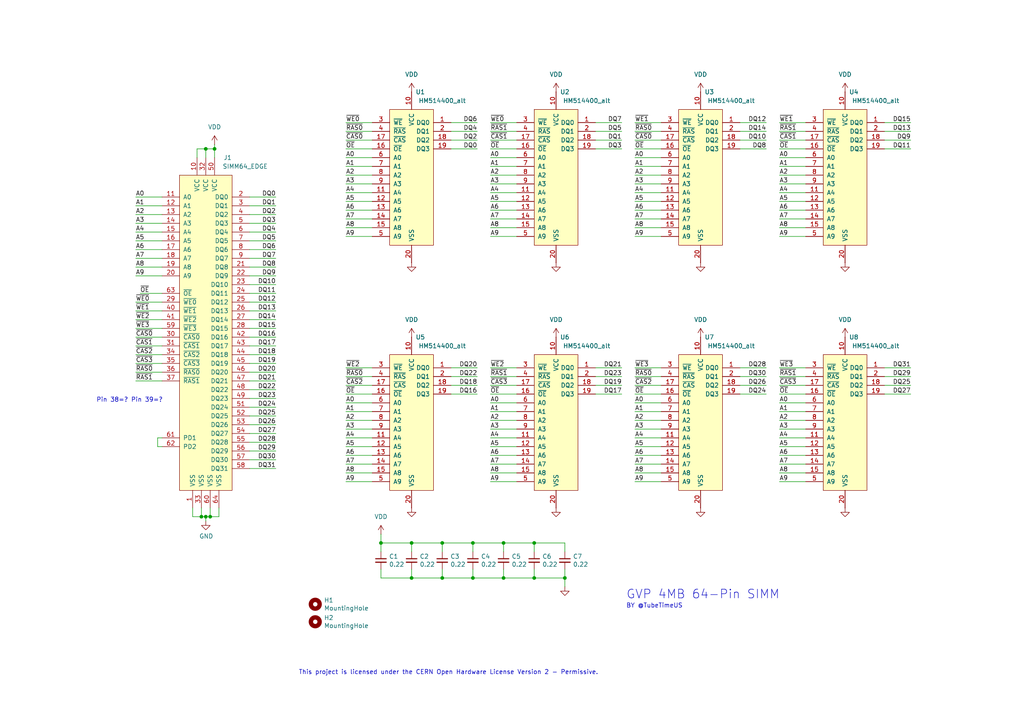
<source format=kicad_sch>
(kicad_sch (version 20231120) (generator "eeschema") (generator_version "8.0")
  (paper "A4")
  (lib_symbols
    (symbol "Device:C_Small" (pin_numbers hide) (pin_names (offset 0.254) hide)
      (property "Reference" "C" (at 0.254 1.778 0))
      (property "Value" "C_Small" (at 0.254 -2.032 0))
      (symbol "C_Small_0_1"
        (polyline (pts (xy -1.524 -0.508) (xy 1.524 -0.508)) (stroke (width 0.3302)))
        (polyline (pts (xy -1.524 0.508) (xy 1.524 0.508)) (stroke (width 0.3048)))
      )
      (symbol "C_Small_1_1"
        (pin passive line (at 0 2.54 270) (length 2.032) (name "~") (number "1"))
        (pin passive line (at 0 -2.54 90) (length 2.032) (name "~") (number "2"))
      )
    )
    (symbol "Mechanical:MountingHole" (pin_names (offset 1.016)) (exclude_from_sim yes) (in_bom no)
      (property "Reference" "H" (at 0 5.08 0))
      (property "Value" "MountingHole" (at 0 3.175 0))
      (symbol "MountingHole_0_1"
        (circle (center 0 0) (radius 1.27) (stroke (width 1.27)))
      )
    )
    (symbol "gvpsimm-rescue:GND-power" (power) (pin_names (offset 0))
      (property "Value" "power_GND" (at 0 -3.81 0))
      (symbol "GND-power_0_1"
        (polyline (pts (xy 0 0) (xy 0 -1.27) (xy 1.27 -1.27) (xy 0 -2.54) (xy -1.27 -1.27) (xy 0 -1.27)))
      )
      (symbol "GND-power_1_1"
        (pin power_in line (at 0 0 270) (length 0) hide (name "GND") (number "1"))
      )
    )
    (symbol "memory:HM514400_alt" (pin_names (offset 1.016))
      (property "Reference" "U" (at 1.27 5.08 0))
      (property "Value" "HM514400_alt" (at 7.62 2.54 0))
      (symbol "HM514400_alt_0_1"
        (rectangle (start -6.35 0) (end 6.35 -39.37) (fill (type background)))
      )
      (symbol "HM514400_alt_1_1"
        (pin bidirectional line (at 11.43 -3.81 180) (length 5.08) (name "DQ0") (number "1"))
        (pin power_in line (at 0 5.08 270) (length 5.08) (name "VCC") (number "10"))
        (pin input line (at -11.43 -24.13 0) (length 5.08) (name "A4") (number "11"))
        (pin input line (at -11.43 -26.67 0) (length 5.08) (name "A5") (number "12"))
        (pin input line (at -11.43 -29.21 0) (length 5.08) (name "A6") (number "13"))
        (pin input line (at -11.43 -31.75 0) (length 5.08) (name "A7") (number "14"))
        (pin input line (at -11.43 -34.29 0) (length 5.08) (name "A8") (number "15"))
        (pin input line (at -11.43 -11.43 0) (length 5.08) (name "~{OE}") (number "16"))
        (pin input line (at -11.43 -8.89 0) (length 5.08) (name "~{CAS}") (number "17"))
        (pin bidirectional line (at 11.43 -8.89 180) (length 5.08) (name "DQ2") (number "18"))
        (pin bidirectional line (at 11.43 -11.43 180) (length 5.08) (name "DQ3") (number "19"))
        (pin bidirectional line (at 11.43 -6.35 180) (length 5.08) (name "DQ1") (number "2"))
        (pin power_in line (at 0 -44.45 90) (length 5.08) (name "VSS") (number "20"))
        (pin input line (at -11.43 -3.81 0) (length 5.08) (name "~{WE}") (number "3"))
        (pin input line (at -11.43 -6.35 0) (length 5.08) (name "~{RAS}") (number "4"))
        (pin input line (at -11.43 -36.83 0) (length 5.08) (name "A9") (number "5"))
        (pin input line (at -11.43 -13.97 0) (length 5.08) (name "A0") (number "6"))
        (pin input line (at -11.43 -16.51 0) (length 5.08) (name "A1") (number "7"))
        (pin input line (at -11.43 -19.05 0) (length 5.08) (name "A2") (number "8"))
        (pin input line (at -11.43 -21.59 0) (length 5.08) (name "A3") (number "9"))
      )
    )
    (symbol "memory:SIMM64_EDGE" (pin_names (offset 1.016))
      (property "Reference" "J" (at 6.35 3.81 0))
      (property "Value" "SIMM64_EDGE" (at 12.7 1.27 0))
      (symbol "SIMM64_EDGE_0_1"
        (rectangle (start 7.62 -91.44) (end -7.62 0) (fill (type background)))
      )
      (symbol "SIMM64_EDGE_1_1"
        (pin power_out line (at -3.81 -96.52 90) (length 5.08) (name "VSS") (number "1"))
        (pin power_out line (at -2.54 5.08 270) (length 5.08) (name "VCC") (number "10"))
        (pin output line (at -12.7 -6.35 0) (length 5.08) (name "A0") (number "11"))
        (pin output line (at -12.7 -8.89 0) (length 5.08) (name "A1") (number "12"))
        (pin output line (at -12.7 -11.43 0) (length 5.08) (name "A2") (number "13"))
        (pin output line (at -12.7 -13.97 0) (length 5.08) (name "A3") (number "14"))
        (pin output line (at -12.7 -16.51 0) (length 5.08) (name "A4") (number "15"))
        (pin output line (at -12.7 -19.05 0) (length 5.08) (name "A5") (number "16"))
        (pin output line (at -12.7 -21.59 0) (length 5.08) (name "A6") (number "17"))
        (pin output line (at -12.7 -24.13 0) (length 5.08) (name "A7") (number "18"))
        (pin output line (at -12.7 -26.67 0) (length 5.08) (name "A8") (number "19"))
        (pin bidirectional line (at 12.7 -6.35 180) (length 5.08) (name "DQ0") (number "2"))
        (pin output line (at -12.7 -29.21 0) (length 5.08) (name "A9") (number "20"))
        (pin bidirectional line (at 12.7 -26.67 180) (length 5.08) (name "DQ8") (number "21"))
        (pin bidirectional line (at 12.7 -29.21 180) (length 5.08) (name "DQ9") (number "22"))
        (pin bidirectional line (at 12.7 -31.75 180) (length 5.08) (name "DQ10") (number "23"))
        (pin bidirectional line (at 12.7 -34.29 180) (length 5.08) (name "DQ11") (number "24"))
        (pin bidirectional line (at 12.7 -36.83 180) (length 5.08) (name "DQ12") (number "25"))
        (pin bidirectional line (at 12.7 -39.37 180) (length 5.08) (name "DQ13") (number "26"))
        (pin bidirectional line (at 12.7 -41.91 180) (length 5.08) (name "DQ14") (number "27"))
        (pin bidirectional line (at 12.7 -44.45 180) (length 5.08) (name "DQ15") (number "28"))
        (pin output line (at -12.7 -36.83 0) (length 5.08) (name "~{WE0}") (number "29"))
        (pin bidirectional line (at 12.7 -8.89 180) (length 5.08) (name "DQ1") (number "3"))
        (pin output line (at -12.7 -46.99 0) (length 5.08) (name "~{CAS0}") (number "30"))
        (pin output line (at -12.7 -49.53 0) (length 5.08) (name "~{CAS1}") (number "31"))
        (pin power_in line (at 0 5.08 270) (length 5.08) (name "VCC") (number "32"))
        (pin power_in line (at -1.27 -96.52 90) (length 5.08) (name "VSS") (number "33"))
        (pin output line (at -12.7 -52.07 0) (length 5.08) (name "~{CAS2}") (number "34"))
        (pin output line (at -12.7 -54.61 0) (length 5.08) (name "~{CAS3}") (number "35"))
        (pin output line (at -12.7 -57.15 0) (length 5.08) (name "~{RAS0}") (number "36"))
        (pin output line (at -12.7 -59.69 0) (length 5.08) (name "~{RAS1}") (number "37"))
        (pin bidirectional line (at 12.7 -11.43 180) (length 5.08) (name "DQ2") (number "4"))
        (pin output line (at -12.7 -39.37 0) (length 5.08) (name "~{WE1}") (number "40"))
        (pin output line (at -12.7 -41.91 0) (length 5.08) (name "~{WE2}") (number "41"))
        (pin bidirectional line (at 12.7 -46.99 180) (length 5.08) (name "DQ16") (number "42"))
        (pin bidirectional line (at 12.7 -49.53 180) (length 5.08) (name "DQ17") (number "43"))
        (pin bidirectional line (at 12.7 -52.07 180) (length 5.08) (name "DQ18") (number "44"))
        (pin bidirectional line (at 12.7 -54.61 180) (length 5.08) (name "DQ19") (number "45"))
        (pin bidirectional line (at 12.7 -57.15 180) (length 5.08) (name "DQ20") (number "46"))
        (pin bidirectional line (at 12.7 -59.69 180) (length 5.08) (name "DQ21") (number "47"))
        (pin bidirectional line (at 12.7 -62.23 180) (length 5.08) (name "DQ22") (number "48"))
        (pin bidirectional line (at 12.7 -64.77 180) (length 5.08) (name "DQ23") (number "49"))
        (pin bidirectional line (at 12.7 -13.97 180) (length 5.08) (name "DQ3") (number "5"))
        (pin power_in line (at 2.54 5.08 270) (length 5.08) (name "VCC") (number "50"))
        (pin bidirectional line (at 12.7 -67.31 180) (length 5.08) (name "DQ24") (number "51"))
        (pin bidirectional line (at 12.7 -69.85 180) (length 5.08) (name "DQ25") (number "52"))
        (pin bidirectional line (at 12.7 -72.39 180) (length 5.08) (name "DQ26") (number "53"))
        (pin bidirectional line (at 12.7 -74.93 180) (length 5.08) (name "DQ27") (number "54"))
        (pin bidirectional line (at 12.7 -77.47 180) (length 5.08) (name "DQ28") (number "55"))
        (pin bidirectional line (at 12.7 -80.01 180) (length 5.08) (name "DQ29") (number "56"))
        (pin bidirectional line (at 12.7 -82.55 180) (length 5.08) (name "DQ30") (number "57"))
        (pin bidirectional line (at 12.7 -85.09 180) (length 5.08) (name "DQ31") (number "58"))
        (pin output line (at -12.7 -44.45 0) (length 5.08) (name "~{WE3}") (number "59"))
        (pin bidirectional line (at 12.7 -16.51 180) (length 5.08) (name "DQ4") (number "6"))
        (pin power_in line (at 1.27 -96.52 90) (length 5.08) (name "VSS") (number "60"))
        (pin passive line (at -12.7 -76.2 0) (length 5.08) (name "PD1") (number "61"))
        (pin passive line (at -12.7 -78.74 0) (length 5.08) (name "PD2") (number "62"))
        (pin output line (at -12.7 -34.29 0) (length 5.08) (name "~{OE}") (number "63"))
        (pin power_in line (at 3.81 -96.52 90) (length 5.08) (name "VSS") (number "64"))
        (pin bidirectional line (at 12.7 -19.05 180) (length 5.08) (name "DQ5") (number "7"))
        (pin bidirectional line (at 12.7 -21.59 180) (length 5.08) (name "DQ6") (number "8"))
        (pin bidirectional line (at 12.7 -24.13 180) (length 5.08) (name "DQ7") (number "9"))
      )
    )
    (symbol "power:GND" (power) (pin_numbers hide) (pin_names (offset 0) hide)
      (property "Value" "GND" (at 0 -3.81 0))
      (symbol "GND_0_1"
        (polyline (pts (xy 0 0) (xy 0 -1.27) (xy 1.27 -1.27) (xy 0 -2.54) (xy -1.27 -1.27) (xy 0 -1.27)))
      )
      (symbol "GND_1_1"
        (pin power_in line (at 0 0 270) (length 0) (name "~") (number "1"))
      )
    )
    (symbol "power:VDD" (power) (pin_numbers hide) (pin_names (offset 0) hide)
      (property "Value" "VDD" (at 0 3.556 0))
      (symbol "VDD_0_1"
        (polyline (pts (xy -0.762 1.27) (xy 0 2.54)))
        (polyline (pts (xy 0 0) (xy 0 2.54)))
        (polyline (pts (xy 0 2.54) (xy 0.762 1.27)))
      )
      (symbol "VDD_1_1"
        (pin power_in line (at 0 0 90) (length 0) (name "~") (number "1"))
      )
    )
  )
  (junction (at 59.69 43.18))
  (junction (at 62.23 43.18))
  (junction (at 59.69 149.86))
  (junction (at 146.05 157.48))
  (junction (at 137.16 167.64))
  (junction (at 119.38 157.48))
  (junction (at 128.27 167.64))
  (junction (at 146.05 167.64))
  (junction (at 128.27 157.48))
  (junction (at 137.16 157.48))
  (junction (at 163.83 167.64))
  (junction (at 110.49 157.48))
  (junction (at 58.42 149.86))
  (junction (at 154.94 157.48))
  (junction (at 119.38 167.64))
  (junction (at 60.96 149.86))
  (junction (at 154.94 167.64))
  (wire (pts (xy 130.81 43.18) (xy 138.43 43.18)))
  (wire (pts (xy 72.39 118.11) (xy 80.01 118.11)))
  (wire (pts (xy 46.99 62.23) (xy 39.37 62.23)))
  (wire (pts (xy 110.49 165.1) (xy 110.49 167.64)))
  (wire (pts (xy 119.38 165.1) (xy 119.38 167.64)))
  (wire (pts (xy 72.39 97.79) (xy 80.01 97.79)))
  (wire (pts (xy 222.25 40.64) (xy 214.63 40.64)))
  (wire (pts (xy 233.68 63.5) (xy 226.06 63.5)))
  (wire (pts (xy 39.37 90.17) (xy 46.99 90.17)))
  (wire (pts (xy 46.99 100.33) (xy 39.37 100.33)))
  (wire (pts (xy 107.95 121.92) (xy 100.33 121.92)))
  (wire (pts (xy 58.42 149.86) (xy 59.69 149.86)))
  (wire (pts (xy 80.01 62.23) (xy 72.39 62.23)))
  (wire (pts (xy 149.86 50.8) (xy 142.24 50.8)))
  (wire (pts (xy 110.49 160.02) (xy 110.49 157.48)))
  (wire (pts (xy 72.39 85.09) (xy 80.01 85.09)))
  (wire (pts (xy 107.95 129.54) (xy 100.33 129.54)))
  (wire (pts (xy 119.38 160.02) (xy 119.38 157.48)))
  (wire (pts (xy 80.01 95.25) (xy 72.39 95.25)))
  (wire (pts (xy 80.01 100.33) (xy 72.39 100.33)))
  (wire (pts (xy 72.39 130.81) (xy 80.01 130.81)))
  (wire (pts (xy 191.77 40.64) (xy 184.15 40.64)))
  (wire (pts (xy 149.86 68.58) (xy 142.24 68.58)))
  (wire (pts (xy 191.77 127) (xy 184.15 127)))
  (wire (pts (xy 138.43 111.76) (xy 130.81 111.76)))
  (wire (pts (xy 191.77 63.5) (xy 184.15 63.5)))
  (wire (pts (xy 226.06 109.22) (xy 233.68 109.22)))
  (wire (pts (xy 59.69 151.13) (xy 59.69 149.86)))
  (wire (pts (xy 45.72 127) (xy 45.72 129.54)))
  (wire (pts (xy 46.99 69.85) (xy 39.37 69.85)))
  (wire (pts (xy 154.94 157.48) (xy 163.83 157.48)))
  (wire (pts (xy 59.69 43.18) (xy 62.23 43.18)))
  (wire (pts (xy 57.15 45.72) (xy 57.15 43.18)))
  (wire (pts (xy 107.95 63.5) (xy 100.33 63.5)))
  (wire (pts (xy 163.83 157.48) (xy 163.83 160.02)))
  (wire (pts (xy 39.37 64.77) (xy 46.99 64.77)))
  (wire (pts (xy 226.06 53.34) (xy 233.68 53.34)))
  (wire (pts (xy 233.68 121.92) (xy 226.06 121.92)))
  (wire (pts (xy 142.24 53.34) (xy 149.86 53.34)))
  (wire (pts (xy 100.33 109.22) (xy 107.95 109.22)))
  (wire (pts (xy 110.49 167.64) (xy 119.38 167.64)))
  (wire (pts (xy 146.05 157.48) (xy 154.94 157.48)))
  (wire (pts (xy 214.63 43.18) (xy 222.25 43.18)))
  (wire (pts (xy 191.77 50.8) (xy 184.15 50.8)))
  (wire (pts (xy 222.25 106.68) (xy 214.63 106.68)))
  (wire (pts (xy 184.15 66.04) (xy 191.77 66.04)))
  (wire (pts (xy 191.77 114.3) (xy 184.15 114.3)))
  (wire (pts (xy 222.25 35.56) (xy 214.63 35.56)))
  (wire (pts (xy 149.86 55.88) (xy 142.24 55.88)))
  (wire (pts (xy 80.01 69.85) (xy 72.39 69.85)))
  (wire (pts (xy 46.99 92.71) (xy 39.37 92.71)))
  (wire (pts (xy 46.99 57.15) (xy 39.37 57.15)))
  (wire (pts (xy 107.95 58.42) (xy 100.33 58.42)))
  (wire (pts (xy 107.95 50.8) (xy 100.33 50.8)))
  (wire (pts (xy 80.01 107.95) (xy 72.39 107.95)))
  (wire (pts (xy 149.86 111.76) (xy 142.24 111.76)))
  (wire (pts (xy 72.39 59.69) (xy 80.01 59.69)))
  (wire (pts (xy 72.39 135.89) (xy 80.01 135.89)))
  (wire (pts (xy 154.94 165.1) (xy 154.94 167.64)))
  (wire (pts (xy 107.95 127) (xy 100.33 127)))
  (wire (pts (xy 233.68 134.62) (xy 226.06 134.62)))
  (wire (pts (xy 142.24 38.1) (xy 149.86 38.1)))
  (wire (pts (xy 146.05 165.1) (xy 146.05 167.64)))
  (wire (pts (xy 191.77 139.7) (xy 184.15 139.7)))
  (wire (pts (xy 184.15 137.16) (xy 191.77 137.16)))
  (wire (pts (xy 233.68 106.68) (xy 226.06 106.68)))
  (wire (pts (xy 191.77 134.62) (xy 184.15 134.62)))
  (wire (pts (xy 46.99 87.63) (xy 39.37 87.63)))
  (wire (pts (xy 39.37 72.39) (xy 46.99 72.39)))
  (wire (pts (xy 184.15 38.1) (xy 191.77 38.1)))
  (wire (pts (xy 55.88 149.86) (xy 58.42 149.86)))
  (wire (pts (xy 128.27 167.64) (xy 137.16 167.64)))
  (wire (pts (xy 191.77 116.84) (xy 184.15 116.84)))
  (wire (pts (xy 62.23 43.18) (xy 62.23 41.91)))
  (wire (pts (xy 154.94 160.02) (xy 154.94 157.48)))
  (wire (pts (xy 137.16 160.02) (xy 137.16 157.48)))
  (wire (pts (xy 72.39 113.03) (xy 80.01 113.03)))
  (wire (pts (xy 100.33 48.26) (xy 107.95 48.26)))
  (wire (pts (xy 46.99 80.01) (xy 39.37 80.01)))
  (wire (pts (xy 119.38 157.48) (xy 128.27 157.48)))
  (wire (pts (xy 46.99 74.93) (xy 39.37 74.93)))
  (wire (pts (xy 128.27 157.48) (xy 137.16 157.48)))
  (wire (pts (xy 107.95 40.64) (xy 100.33 40.64)))
  (wire (pts (xy 62.23 43.18) (xy 62.23 45.72)))
  (wire (pts (xy 264.16 111.76) (xy 256.54 111.76)))
  (wire (pts (xy 138.43 35.56) (xy 130.81 35.56)))
  (wire (pts (xy 46.99 110.49) (xy 39.37 110.49)))
  (wire (pts (xy 149.86 63.5) (xy 142.24 63.5)))
  (wire (pts (xy 46.99 67.31) (xy 39.37 67.31)))
  (wire (pts (xy 184.15 119.38) (xy 191.77 119.38)))
  (wire (pts (xy 233.68 40.64) (xy 226.06 40.64)))
  (wire (pts (xy 39.37 77.47) (xy 46.99 77.47)))
  (wire (pts (xy 100.33 124.46) (xy 107.95 124.46)))
  (wire (pts (xy 214.63 109.22) (xy 222.25 109.22)))
  (wire (pts (xy 226.06 119.38) (xy 233.68 119.38)))
  (wire (pts (xy 149.86 58.42) (xy 142.24 58.42)))
  (wire (pts (xy 172.72 109.22) (xy 180.34 109.22)))
  (wire (pts (xy 39.37 102.87) (xy 46.99 102.87)))
  (wire (pts (xy 46.99 97.79) (xy 39.37 97.79)))
  (wire (pts (xy 55.88 147.32) (xy 55.88 149.86)))
  (wire (pts (xy 142.24 119.38) (xy 149.86 119.38)))
  (wire (pts (xy 72.39 90.17) (xy 80.01 90.17)))
  (wire (pts (xy 100.33 38.1) (xy 107.95 38.1)))
  (wire (pts (xy 60.96 149.86) (xy 63.5 149.86)))
  (wire (pts (xy 142.24 124.46) (xy 149.86 124.46)))
  (wire (pts (xy 58.42 147.32) (xy 58.42 149.86)))
  (wire (pts (xy 256.54 43.18) (xy 264.16 43.18)))
  (wire (pts (xy 149.86 35.56) (xy 142.24 35.56)))
  (wire (pts (xy 142.24 60.96) (xy 149.86 60.96)))
  (wire (pts (xy 107.95 45.72) (xy 100.33 45.72)))
  (wire (pts (xy 72.39 125.73) (xy 80.01 125.73)))
  (wire (pts (xy 184.15 109.22) (xy 191.77 109.22)))
  (wire (pts (xy 149.86 116.84) (xy 142.24 116.84)))
  (wire (pts (xy 72.39 64.77) (xy 80.01 64.77)))
  (wire (pts (xy 137.16 157.48) (xy 146.05 157.48)))
  (wire (pts (xy 163.83 167.64) (xy 163.83 170.18)))
  (wire (pts (xy 80.01 82.55) (xy 72.39 82.55)))
  (wire (pts (xy 80.01 57.15) (xy 72.39 57.15)))
  (wire (pts (xy 226.06 137.16) (xy 233.68 137.16)))
  (wire (pts (xy 138.43 106.68) (xy 130.81 106.68)))
  (wire (pts (xy 149.86 129.54) (xy 142.24 129.54)))
  (wire (pts (xy 142.24 137.16) (xy 149.86 137.16)))
  (wire (pts (xy 191.77 55.88) (xy 184.15 55.88)))
  (wire (pts (xy 233.68 116.84) (xy 226.06 116.84)))
  (wire (pts (xy 72.39 77.47) (xy 80.01 77.47)))
  (wire (pts (xy 80.01 80.01) (xy 72.39 80.01)))
  (wire (pts (xy 119.38 167.64) (xy 128.27 167.64)))
  (wire (pts (xy 172.72 114.3) (xy 180.34 114.3)))
  (wire (pts (xy 180.34 40.64) (xy 172.72 40.64)))
  (wire (pts (xy 233.68 139.7) (xy 226.06 139.7)))
  (wire (pts (xy 80.01 123.19) (xy 72.39 123.19)))
  (wire (pts (xy 233.68 114.3) (xy 226.06 114.3)))
  (wire (pts (xy 233.68 35.56) (xy 226.06 35.56)))
  (wire (pts (xy 226.06 48.26) (xy 233.68 48.26)))
  (wire (pts (xy 184.15 48.26) (xy 191.77 48.26)))
  (wire (pts (xy 100.33 66.04) (xy 107.95 66.04)))
  (wire (pts (xy 149.86 40.64) (xy 142.24 40.64)))
  (wire (pts (xy 149.86 45.72) (xy 142.24 45.72)))
  (wire (pts (xy 226.06 38.1) (xy 233.68 38.1)))
  (wire (pts (xy 191.77 111.76) (xy 184.15 111.76)))
  (wire (pts (xy 233.68 45.72) (xy 226.06 45.72)))
  (wire (pts (xy 107.95 111.76) (xy 100.33 111.76)))
  (wire (pts (xy 100.33 53.34) (xy 107.95 53.34)))
  (wire (pts (xy 191.77 35.56) (xy 184.15 35.56)))
  (wire (pts (xy 184.15 60.96) (xy 191.77 60.96)))
  (wire (pts (xy 46.99 85.09) (xy 40.64 85.09)))
  (wire (pts (xy 100.33 137.16) (xy 107.95 137.16)))
  (wire (pts (xy 110.49 157.48) (xy 119.38 157.48)))
  (wire (pts (xy 191.77 121.92) (xy 184.15 121.92)))
  (wire (pts (xy 233.68 43.18) (xy 226.06 43.18)))
  (wire (pts (xy 39.37 107.95) (xy 46.99 107.95)))
  (wire (pts (xy 256.54 38.1) (xy 264.16 38.1)))
  (wire (pts (xy 233.68 129.54) (xy 226.06 129.54)))
  (wire (pts (xy 256.54 109.22) (xy 264.16 109.22)))
  (wire (pts (xy 130.81 114.3) (xy 138.43 114.3)))
  (wire (pts (xy 233.68 68.58) (xy 226.06 68.58)))
  (wire (pts (xy 128.27 160.02) (xy 128.27 157.48)))
  (wire (pts (xy 39.37 95.25) (xy 46.99 95.25)))
  (wire (pts (xy 45.72 129.54) (xy 46.99 129.54)))
  (wire (pts (xy 80.01 92.71) (xy 72.39 92.71)))
  (wire (pts (xy 107.95 43.18) (xy 100.33 43.18)))
  (wire (pts (xy 80.01 87.63) (xy 72.39 87.63)))
  (wire (pts (xy 184.15 124.46) (xy 191.77 124.46)))
  (wire (pts (xy 149.86 106.68) (xy 142.24 106.68)))
  (wire (pts (xy 226.06 132.08) (xy 233.68 132.08)))
  (wire (pts (xy 60.96 147.32) (xy 60.96 149.86)))
  (wire (pts (xy 107.95 139.7) (xy 100.33 139.7)))
  (wire (pts (xy 72.39 102.87) (xy 80.01 102.87)))
  (wire (pts (xy 180.34 111.76) (xy 172.72 111.76)))
  (wire (pts (xy 137.16 167.64) (xy 146.05 167.64)))
  (wire (pts (xy 163.83 167.64) (xy 163.83 165.1)))
  (wire (pts (xy 233.68 111.76) (xy 226.06 111.76)))
  (wire (pts (xy 80.01 110.49) (xy 72.39 110.49)))
  (wire (pts (xy 142.24 48.26) (xy 149.86 48.26)))
  (wire (pts (xy 107.95 35.56) (xy 100.33 35.56)))
  (wire (pts (xy 184.15 53.34) (xy 191.77 53.34)))
  (wire (pts (xy 107.95 55.88) (xy 100.33 55.88)))
  (wire (pts (xy 57.15 43.18) (xy 59.69 43.18)))
  (wire (pts (xy 100.33 119.38) (xy 107.95 119.38)))
  (wire (pts (xy 107.95 134.62) (xy 100.33 134.62)))
  (wire (pts (xy 39.37 59.69) (xy 46.99 59.69)))
  (wire (pts (xy 226.06 124.46) (xy 233.68 124.46)))
  (wire (pts (xy 214.63 38.1) (xy 222.25 38.1)))
  (wire (pts (xy 226.06 66.04) (xy 233.68 66.04)))
  (wire (pts (xy 142.24 109.22) (xy 149.86 109.22)))
  (wire (pts (xy 146.05 167.64) (xy 154.94 167.64)))
  (wire (pts (xy 80.01 128.27) (xy 72.39 128.27)))
  (wire (pts (xy 138.43 40.64) (xy 130.81 40.64)))
  (wire (pts (xy 191.77 68.58) (xy 184.15 68.58)))
  (wire (pts (xy 191.77 43.18) (xy 184.15 43.18)))
  (wire (pts (xy 107.95 116.84) (xy 100.33 116.84)))
  (wire (pts (xy 142.24 132.08) (xy 149.86 132.08)))
  (wire (pts (xy 107.95 114.3) (xy 100.33 114.3)))
  (wire (pts (xy 146.05 160.02) (xy 146.05 157.48)))
  (wire (pts (xy 256.54 114.3) (xy 264.16 114.3)))
  (wire (pts (xy 80.01 120.65) (xy 72.39 120.65)))
  (wire (pts (xy 107.95 68.58) (xy 100.33 68.58)))
  (wire (pts (xy 154.94 167.64) (xy 163.83 167.64)))
  (wire (pts (xy 72.39 72.39) (xy 80.01 72.39)))
  (wire (pts (xy 142.24 66.04) (xy 149.86 66.04)))
  (wire (pts (xy 191.77 45.72) (xy 184.15 45.72)))
  (wire (pts (xy 172.72 38.1) (xy 180.34 38.1)))
  (wire (pts (xy 137.16 165.1) (xy 137.16 167.64)))
  (wire (pts (xy 149.86 121.92) (xy 142.24 121.92)))
  (wire (pts (xy 149.86 114.3) (xy 142.24 114.3)))
  (wire (pts (xy 80.01 115.57) (xy 72.39 115.57)))
  (wire (pts (xy 100.33 132.08) (xy 107.95 132.08)))
  (wire (pts (xy 233.68 50.8) (xy 226.06 50.8)))
  (wire (pts (xy 110.49 154.94) (xy 110.49 157.48)))
  (wire (pts (xy 149.86 134.62) (xy 142.24 134.62)))
  (wire (pts (xy 59.69 45.72) (xy 59.69 43.18)))
  (wire (pts (xy 264.16 40.64) (xy 256.54 40.64)))
  (wire (pts (xy 191.77 58.42) (xy 184.15 58.42)))
  (wire (pts (xy 180.34 106.68) (xy 172.72 106.68)))
  (wire (pts (xy 214.63 114.3) (xy 222.25 114.3)))
  (wire (pts (xy 180.34 35.56) (xy 172.72 35.56)))
  (wire (pts (xy 226.06 60.96) (xy 233.68 60.96)))
  (wire (pts (xy 264.16 35.56) (xy 256.54 35.56)))
  (wire (pts (xy 233.68 55.88) (xy 226.06 55.88)))
  (wire (pts (xy 222.25 111.76) (xy 214.63 111.76)))
  (wire (pts (xy 264.16 106.68) (xy 256.54 106.68)))
  (wire (pts (xy 130.81 109.22) (xy 138.43 109.22)))
  (wire (pts (xy 100.33 60.96) (xy 107.95 60.96)))
  (wire (pts (xy 46.99 127) (xy 45.72 127)))
  (wire (pts (xy 184.15 132.08) (xy 191.77 132.08)))
  (wire (pts (xy 80.01 74.93) (xy 72.39 74.93)))
  (wire (pts (xy 107.95 106.68) (xy 100.33 106.68)))
  (wire (pts (xy 233.68 58.42) (xy 226.06 58.42)))
  (wire (pts (xy 149.86 139.7) (xy 142.24 139.7)))
  (wire (pts (xy 191.77 106.68) (xy 184.15 106.68)))
  (wire (pts (xy 46.99 105.41) (xy 39.37 105.41)))
  (wire (pts (xy 233.68 127) (xy 226.06 127)))
  (wire (pts (xy 80.01 133.35) (xy 72.39 133.35)))
  (wire (pts (xy 128.27 165.1) (xy 128.27 167.64)))
  (wire (pts (xy 191.77 129.54) (xy 184.15 129.54)))
  (wire (pts (xy 130.81 38.1) (xy 138.43 38.1)))
  (wire (pts (xy 149.86 127) (xy 142.24 127)))
  (wire (pts (xy 149.86 43.18) (xy 142.24 43.18)))
  (wire (pts (xy 59.69 149.86) (xy 60.96 149.86)))
  (wire (pts (xy 80.01 105.41) (xy 72.39 105.41)))
  (wire (pts (xy 172.72 43.18) (xy 180.34 43.18)))
  (wire (pts (xy 63.5 149.86) (xy 63.5 147.32)))
  (wire (pts (xy 80.01 67.31) (xy 72.39 67.31)))
  (text "Pin 38=? Pin 39=?" (at 27.94 116.84 0) (effects (font (size 1.27 1.27)) (justify left bottom)))
  (text "BY @TubeTimeUS\n" (at 181.61 176.53 0) (effects (font (size 1.27 1.27)) (justify left bottom)))
  (text "This project is licensed under the CERN Open Hardware License Version 2 - Permissive.\n" (at 86.614 195.834 0) (effects (font (size 1.27 1.27)) (justify left bottom)))
  (text "GVP 4MB 64-Pin SIMM" (at 181.61 173.99 0) (effects (font (size 2.54 2.54)) (justify left bottom)))
  (label "A7" (at 184.15 63.5 0))
  (label "A3" (at 184.15 124.46 0))
  (label "A3" (at 100.33 124.46 0))
  (label "A5" (at 226.06 129.54 0))
  (label "DQ15" (at 80.01 95.25 180))
  (label "DQ30" (at 222.25 109.22 180))
  (label "A4" (at 184.15 127 0))
  (label "A2" (at 184.15 50.8 0))
  (label "DQ21" (at 180.34 106.68 180))
  (label "A2" (at 226.06 121.92 0))
  (label "A2" (at 100.33 121.92 0))
  (label "A1" (at 184.15 48.26 0))
  (label "A5" (at 100.33 58.42 0))
  (label "DQ7" (at 180.34 35.56 180))
  (label "DQ20" (at 138.43 106.68 180))
  (label "DQ5" (at 80.01 69.85 180))
  (label "A9" (at 142.24 68.58 0))
  (label "~{RAS0}" (at 184.15 38.1 0))
  (label "~{WE1}" (at 226.06 35.56 0))
  (label "~{WE3}" (at 39.37 95.25 0))
  (label "A7" (at 100.33 134.62 0))
  (label "A8" (at 100.33 66.04 0))
  (label "DQ28" (at 222.25 106.68 180))
  (label "A1" (at 100.33 48.26 0))
  (label "A9" (at 184.15 68.58 0))
  (label "DQ13" (at 80.01 90.17 180))
  (label "DQ21" (at 80.01 110.49 180))
  (label "A9" (at 100.33 139.7 0))
  (label "A9" (at 39.37 80.01 0))
  (label "DQ2" (at 138.43 40.64 180))
  (label "~{RAS0}" (at 184.15 109.22 0))
  (label "DQ10" (at 80.01 82.55 180))
  (label "A8" (at 142.24 66.04 0))
  (label "~{CAS1}" (at 142.24 40.64 0))
  (label "A9" (at 226.06 68.58 0))
  (label "~{RAS1}" (at 142.24 109.22 0))
  (label "DQ3" (at 80.01 64.77 180))
  (label "A6" (at 226.06 60.96 0))
  (label "A3" (at 142.24 53.34 0))
  (label "A2" (at 184.15 121.92 0))
  (label "A9" (at 226.06 139.7 0))
  (label "~{WE0}" (at 100.33 35.56 0))
  (label "~{WE0}" (at 142.24 35.56 0))
  (label "~{OE}" (at 184.15 114.3 0))
  (label "A4" (at 226.06 55.88 0))
  (label "DQ30" (at 80.01 133.35 180))
  (label "~{CAS2}" (at 100.33 111.76 0))
  (label "~{OE}" (at 142.24 43.18 0))
  (label "A8" (at 39.37 77.47 0))
  (label "~{OE}" (at 40.64 85.09 0))
  (label "DQ16" (at 80.01 97.79 180))
  (label "A0" (at 100.33 45.72 0))
  (label "A9" (at 184.15 139.7 0))
  (label "DQ16" (at 138.43 114.3 180))
  (label "DQ1" (at 180.34 40.64 180))
  (label "A4" (at 142.24 55.88 0))
  (label "DQ14" (at 222.25 38.1 180))
  (label "A6" (at 184.15 132.08 0))
  (label "~{RAS1}" (at 142.24 38.1 0))
  (label "DQ25" (at 264.16 111.76 180))
  (label "DQ0" (at 138.43 43.18 180))
  (label "A1" (at 226.06 119.38 0))
  (label "~{CAS2}" (at 184.15 111.76 0))
  (label "A7" (at 226.06 134.62 0))
  (label "~{CAS1}" (at 226.06 40.64 0))
  (label "~{CAS0}" (at 100.33 40.64 0))
  (label "A0" (at 142.24 45.72 0))
  (label "A8" (at 226.06 137.16 0))
  (label "~{RAS1}" (at 226.06 38.1 0))
  (label "~{OE}" (at 226.06 43.18 0))
  (label "A7" (at 39.37 74.93 0))
  (label "DQ7" (at 80.01 74.93 180))
  (label "A4" (at 100.33 55.88 0))
  (label "A0" (at 142.24 116.84 0))
  (label "A2" (at 142.24 50.8 0))
  (label "A6" (at 184.15 60.96 0))
  (label "DQ29" (at 80.01 130.81 180))
  (label "A3" (at 226.06 53.34 0))
  (label "~{WE2}" (at 100.33 106.68 0))
  (label "DQ11" (at 80.01 85.09 180))
  (label "A8" (at 184.15 137.16 0))
  (label "DQ26" (at 222.25 111.76 180))
  (label "A7" (at 142.24 134.62 0))
  (label "DQ2" (at 80.01 62.23 180))
  (label "DQ26" (at 80.01 123.19 180))
  (label "A9" (at 142.24 139.7 0))
  (label "DQ28" (at 80.01 128.27 180))
  (label "A7" (at 100.33 63.5 0))
  (label "A8" (at 184.15 66.04 0))
  (label "DQ0" (at 80.01 57.15 180))
  (label "A3" (at 39.37 64.77 0))
  (label "DQ13" (at 264.16 38.1 180))
  (label "~{WE3}" (at 184.15 106.68 0))
  (label "A3" (at 184.15 53.34 0))
  (label "A5" (at 184.15 58.42 0))
  (label "A6" (at 142.24 60.96 0))
  (label "A4" (at 184.15 55.88 0))
  (label "A2" (at 100.33 50.8 0))
  (label "A3" (at 142.24 124.46 0))
  (label "A9" (at 100.33 68.58 0))
  (label "A2" (at 142.24 121.92 0))
  (label "DQ18" (at 80.01 102.87 180))
  (label "A1" (at 142.24 119.38 0))
  (label "DQ25" (at 80.01 120.65 180))
  (label "A6" (at 100.33 132.08 0))
  (label "DQ8" (at 222.25 43.18 180))
  (label "A0" (at 184.15 45.72 0))
  (label "A0" (at 39.37 57.15 0))
  (label "~{CAS1}" (at 39.37 100.33 0))
  (label "DQ11" (at 264.16 43.18 180))
  (label "A8" (at 142.24 137.16 0))
  (label "~{OE}" (at 142.24 114.3 0))
  (label "~{OE}" (at 184.15 43.18 0))
  (label "A8" (at 100.33 137.16 0))
  (label "DQ6" (at 138.43 35.56 180))
  (label "DQ4" (at 138.43 38.1 180))
  (label "DQ17" (at 180.34 114.3 180))
  (label "DQ1" (at 80.01 59.69 180))
  (label "DQ10" (at 222.25 40.64 180))
  (label "A6" (at 226.06 132.08 0))
  (label "DQ19" (at 80.01 105.41 180))
  (label "A3" (at 100.33 53.34 0))
  (label "A0" (at 226.06 45.72 0))
  (label "A5" (at 226.06 58.42 0))
  (label "DQ4" (at 80.01 67.31 180))
  (label "A5" (at 39.37 69.85 0))
  (label "A4" (at 142.24 127 0))
  (label "DQ29" (at 264.16 109.22 180))
  (label "A4" (at 100.33 127 0))
  (label "~{WE2}" (at 142.24 106.68 0))
  (label "DQ18" (at 138.43 111.76 180))
  (label "~{OE}" (at 226.06 114.3 0))
  (label "~{WE0}" (at 39.37 87.63 0))
  (label "DQ9" (at 264.16 40.64 180))
  (label "A0" (at 100.33 116.84 0))
  (label "DQ12" (at 80.01 87.63 180))
  (label "DQ17" (at 80.01 100.33 180))
  (label "A5" (at 100.33 129.54 0))
  (label "DQ20" (at 80.01 107.95 180))
  (label "~{WE1}" (at 184.15 35.56 0))
  (label "A1" (at 184.15 119.38 0))
  (label "A0" (at 226.06 116.84 0))
  (label "DQ23" (at 80.01 115.57 180))
  (label "DQ3" (at 180.34 43.18 180))
  (label "A6" (at 100.33 60.96 0))
  (label "DQ27" (at 264.16 114.3 180))
  (label "A7" (at 184.15 134.62 0))
  (label "~{OE}" (at 100.33 43.18 0))
  (label "DQ6" (at 80.01 72.39 180))
  (label "~{CAS3}" (at 226.06 111.76 0))
  (label "DQ24" (at 80.01 118.11 180))
  (label "~{CAS3}" (at 142.24 111.76 0))
  (label "A4" (at 226.06 127 0))
  (label "A1" (at 100.33 119.38 0))
  (label "DQ15" (at 264.16 35.56 180))
  (label "DQ12" (at 222.25 35.56 180))
  (label "~{RAS0}" (at 100.33 109.22 0))
  (label "DQ22" (at 80.01 113.03 180))
  (label "~{CAS0}" (at 39.37 97.79 0))
  (label "~{WE3}" (at 226.06 106.68 0))
  (label "~{RAS1}" (at 226.06 109.22 0))
  (label "A5" (at 142.24 58.42 0))
  (label "A3" (at 226.06 124.46 0))
  (label "DQ14" (at 80.01 92.71 180))
  (label "DQ23" (at 180.34 109.22 180))
  (label "A4" (at 39.37 67.31 0))
  (label "DQ22" (at 138.43 109.22 180))
  (label "A6" (at 142.24 132.08 0))
  (label "DQ31" (at 80.01 135.89 180))
  (label "A5" (at 142.24 129.54 0))
  (label "~{CAS0}" (at 184.15 40.64 0))
  (label "~{CAS2}" (at 39.37 102.87 0))
  (label "~{WE1}" (at 39.37 90.17 0))
  (label "A2" (at 226.06 50.8 0))
  (label "DQ19" (at 180.34 111.76 180))
  (label "DQ27" (at 80.01 125.73 180))
  (label "DQ5" (at 180.34 38.1 180))
  (label "A1" (at 39.37 59.69 0))
  (label "~{RAS1}" (at 39.37 110.49 0))
  (label "DQ9" (at 80.01 80.01 180))
  (label "~{WE2}" (at 39.37 92.71 0))
  (label "A8" (at 226.06 66.04 0))
  (label "A2" (at 39.37 62.23 0))
  (label "~{RAS0}" (at 39.37 107.95 0))
  (label "A0" (at 184.15 116.84 0))
  (label "A1" (at 226.06 48.26 0))
  (label "~{RAS0}" (at 100.33 38.1 0))
  (label "DQ24" (at 222.25 114.3 180))
  (label "~{OE}" (at 100.33 114.3 0))
  (label "DQ8" (at 80.01 77.47 180))
  (label "~{CAS3}" (at 39.37 105.41 0))
  (label "A7" (at 142.24 63.5 0))
  (label "A5" (at 184.15 129.54 0))
  (label "A6" (at 39.37 72.39 0))
  (label "A1" (at 142.24 48.26 0))
  (label "A7" (at 226.06 63.5 0))
  (label "DQ31" (at 264.16 106.68 180))
  (symbol (lib_id "memory:SIMM64_EDGE") (at 59.69 50.8 0) (unit 1)
    (property "Reference" "J1" (at 66.04 45.72 0))
    (property "Value" "SIMM64_EDGE" (at 71.12 48.26 0))
    (property "Footprint" "Conn:EDGE_SIMM_64_127" (effects (hide yes)))
  )
  (symbol (lib_id "gvpsimm-rescue:GND-power") (at 59.69 151.13 0) (unit 1)
    (property "Reference" "#PWR0102" (effects (hide yes)))
    (property "Value" "GND" (at 59.817 155.5242 0))
  )
  (symbol (lib_id "memory:HM514400_alt") (at 119.38 31.75 0) (unit 1)
    (property "Reference" "U1" (at 121.92 26.67 0))
    (property "Value" "HM514400_alt" (at 128.27 29.21 0))
    (property "Footprint" "Active:SOJ127P851X356-20_alt" (effects (hide yes)))
    (property "MPN" "HM514400CS-6 OR EQUIV" (effects (hide yes)))
  )
  (symbol (lib_id "memory:HM514400_alt") (at 161.29 31.75 0) (unit 1)
    (property "Reference" "U2" (at 163.83 26.67 0))
    (property "Value" "HM514400_alt" (at 170.18 29.21 0))
    (property "Footprint" "Active:SOJ127P851X356-20_alt" (effects (hide yes)))
    (property "MPN" "HM514400CS-6 OR EQUIV" (effects (hide yes)))
  )
  (symbol (lib_id "memory:HM514400_alt") (at 203.2 31.75 0) (unit 1)
    (property "Reference" "U3" (at 205.74 26.67 0))
    (property "Value" "HM514400_alt" (at 212.09 29.21 0))
    (property "Footprint" "Active:SOJ127P851X356-20_alt" (effects (hide yes)))
    (property "MPN" "HM514400CS-6 OR EQUIV" (effects (hide yes)))
  )
  (symbol (lib_id "memory:HM514400_alt") (at 245.11 31.75 0) (unit 1)
    (property "Reference" "U4" (at 247.65 26.67 0))
    (property "Value" "HM514400_alt" (at 254 29.21 0))
    (property "Footprint" "Active:SOJ127P851X356-20_alt" (effects (hide yes)))
    (property "MPN" "HM514400CS-6 OR EQUIV" (effects (hide yes)))
  )
  (symbol (lib_id "Device:C_Small") (at 119.38 162.56 0) (unit 1)
    (property "Reference" "C2" (at 121.7168 161.3916 0) (effects (justify left)))
    (property "Value" "0.22" (at 121.7168 163.703 0) (effects (justify left)))
    (property "Footprint" "Passive:CAPC1608X100" (effects (hide yes)))
  )
  (symbol (lib_id "Device:C_Small") (at 128.27 162.56 0) (unit 1)
    (property "Reference" "C3" (at 130.6068 161.3916 0) (effects (justify left)))
    (property "Value" "0.22" (at 130.6068 163.703 0) (effects (justify left)))
    (property "Footprint" "Passive:CAPC1608X100" (effects (hide yes)))
  )
  (symbol (lib_id "Device:C_Small") (at 137.16 162.56 0) (unit 1)
    (property "Reference" "C4" (at 139.4968 161.3916 0) (effects (justify left)))
    (property "Value" "0.22" (at 139.4968 163.703 0) (effects (justify left)))
    (property "Footprint" "Passive:CAPC1608X100" (effects (hide yes)))
  )
  (symbol (lib_id "Device:C_Small") (at 146.05 162.56 0) (unit 1)
    (property "Reference" "C5" (at 148.3868 161.3916 0) (effects (justify left)))
    (property "Value" "0.22" (at 148.3868 163.703 0) (effects (justify left)))
    (property "Footprint" "Passive:CAPC1608X100" (effects (hide yes)))
  )
  (symbol (lib_id "Device:C_Small") (at 154.94 162.56 0) (unit 1)
    (property "Reference" "C6" (at 157.2768 161.3916 0) (effects (justify left)))
    (property "Value" "0.22" (at 157.2768 163.703 0) (effects (justify left)))
    (property "Footprint" "Passive:CAPC1608X100" (effects (hide yes)))
  )
  (symbol (lib_id "Device:C_Small") (at 163.83 162.56 0) (unit 1)
    (property "Reference" "C7" (at 166.1668 161.3916 0) (effects (justify left)))
    (property "Value" "0.22" (at 166.1668 163.703 0) (effects (justify left)))
    (property "Footprint" "Passive:CAPC1608X100" (effects (hide yes)))
  )
  (symbol (lib_id "Device:C_Small") (at 110.49 162.56 0) (unit 1)
    (property "Reference" "C1" (at 112.8268 161.3916 0) (effects (justify left)))
    (property "Value" "0.22" (at 112.8268 163.703 0) (effects (justify left)))
    (property "Footprint" "Passive:CAPC1608X100" (effects (hide yes)))
  )
  (symbol (lib_id "memory:HM514400_alt") (at 119.38 102.87 0) (unit 1)
    (property "Reference" "U5" (at 121.92 97.79 0))
    (property "Value" "HM514400_alt" (at 128.27 100.33 0))
    (property "Footprint" "Active:SOJ127P851X356-20_alt" (effects (hide yes)))
    (property "MPN" "HM514400CS-6 OR EQUIV" (effects (hide yes)))
  )
  (symbol (lib_id "memory:HM514400_alt") (at 161.29 102.87 0) (unit 1)
    (property "Reference" "U6" (at 163.83 97.79 0))
    (property "Value" "HM514400_alt" (at 170.18 100.33 0))
    (property "Footprint" "Active:SOJ127P851X356-20_alt" (effects (hide yes)))
    (property "MPN" "HM514400CS-6 OR EQUIV" (effects (hide yes)))
  )
  (symbol (lib_id "memory:HM514400_alt") (at 203.2 102.87 0) (unit 1)
    (property "Reference" "U7" (at 205.74 97.79 0))
    (property "Value" "HM514400_alt" (at 212.09 100.33 0))
    (property "Footprint" "Active:SOJ127P851X356-20_alt" (effects (hide yes)))
    (property "MPN" "HM514400CS-6 OR EQUIV" (effects (hide yes)))
  )
  (symbol (lib_id "memory:HM514400_alt") (at 245.11 102.87 0) (unit 1)
    (property "Reference" "U8" (at 247.65 97.79 0))
    (property "Value" "HM514400_alt" (at 254 100.33 0))
    (property "Footprint" "Active:SOJ127P851X356-20_alt" (effects (hide yes)))
    (property "MPN" "HM514400CS-6 OR EQUIV" (effects (hide yes)))
  )
  (symbol (lib_id "Mechanical:MountingHole") (at 91.44 175.26 0) (unit 1)
    (property "Reference" "H1" (at 93.98 174.0916 0) (effects (justify left)))
    (property "Value" "MountingHole" (at 93.98 176.403 0) (effects (justify left)))
    (property "Footprint" "Conn:MH_125" (effects (hide yes)))
  )
  (symbol (lib_id "Mechanical:MountingHole") (at 91.44 180.34 0) (unit 1)
    (property "Reference" "H2" (at 93.98 179.1716 0) (effects (justify left)))
    (property "Value" "MountingHole" (at 93.98 181.483 0) (effects (justify left)))
    (property "Footprint" "Conn:MH_125" (effects (hide yes)))
  )
  (symbol (lib_id "power:VDD") (at 161.29 97.79 0) (unit 1)
    (property "Reference" "#PWR014" (effects (hide yes)))
    (property "Value" "VDD" (at 161.29 92.71 0))
    (property "Description" "Power symbol creates a global label with name \"VDD\"" (effects (hide yes)))
  )
  (symbol (lib_id "power:GND") (at 203.2 147.32 0) (unit 1)
    (property "Reference" "#PWR017" (effects (hide yes)))
    (property "Value" "GND" (effects (hide yes)))
    (property "Description" "Power symbol creates a global label with name \"GND\" , ground" (effects (hide yes)))
  )
  (symbol (lib_id "power:VDD") (at 203.2 26.67 0) (unit 1)
    (property "Reference" "#PWR010" (effects (hide yes)))
    (property "Value" "VDD" (at 203.2 21.59 0))
    (property "Description" "Power symbol creates a global label with name \"VDD\"" (effects (hide yes)))
  )
  (symbol (lib_id "power:VDD") (at 119.38 26.67 0) (unit 1)
    (property "Reference" "#PWR08" (effects (hide yes)))
    (property "Value" "VDD" (at 119.38 21.59 0))
    (property "Description" "Power symbol creates a global label with name \"VDD\"" (effects (hide yes)))
  )
  (symbol (lib_id "power:GND") (at 245.11 76.2 0) (unit 1)
    (property "Reference" "#PWR07" (effects (hide yes)))
    (property "Value" "GND" (effects (hide yes)))
    (property "Description" "Power symbol creates a global label with name \"GND\" , ground" (effects (hide yes)))
  )
  (symbol (lib_id "power:GND") (at 245.11 147.32 0) (unit 1)
    (property "Reference" "#PWR019" (effects (hide yes)))
    (property "Value" "GND" (effects (hide yes)))
    (property "Description" "Power symbol creates a global label with name \"GND\" , ground" (effects (hide yes)))
  )
  (symbol (lib_id "power:GND") (at 161.29 76.2 0) (unit 1)
    (property "Reference" "#PWR05" (effects (hide yes)))
    (property "Value" "GND" (effects (hide yes)))
    (property "Description" "Power symbol creates a global label with name \"GND\" , ground" (effects (hide yes)))
  )
  (symbol (lib_id "power:GND") (at 119.38 76.2 0) (unit 1)
    (property "Reference" "#PWR04" (effects (hide yes)))
    (property "Value" "GND" (effects (hide yes)))
    (property "Description" "Power symbol creates a global label with name \"GND\" , ground" (effects (hide yes)))
  )
  (symbol (lib_id "power:VDD") (at 245.11 97.79 0) (unit 1)
    (property "Reference" "#PWR018" (effects (hide yes)))
    (property "Value" "VDD" (at 245.11 92.71 0))
    (property "Description" "Power symbol creates a global label with name \"VDD\"" (effects (hide yes)))
  )
  (symbol (lib_id "power:GND") (at 203.2 76.2 0) (unit 1)
    (property "Reference" "#PWR06" (effects (hide yes)))
    (property "Value" "GND" (effects (hide yes)))
    (property "Description" "Power symbol creates a global label with name \"GND\" , ground" (effects (hide yes)))
  )
  (symbol (lib_id "power:GND") (at 119.38 147.32 0) (unit 1)
    (property "Reference" "#PWR013" (effects (hide yes)))
    (property "Value" "GND" (effects (hide yes)))
    (property "Description" "Power symbol creates a global label with name \"GND\" , ground" (effects (hide yes)))
  )
  (symbol (lib_id "power:VDD") (at 110.49 154.94 0) (unit 1)
    (property "Reference" "#PWR01" (effects (hide yes)))
    (property "Value" "VDD" (at 110.49 149.86 0))
    (property "Description" "Power symbol creates a global label with name \"VDD\"" (effects (hide yes)))
  )
  (symbol (lib_id "power:VDD") (at 203.2 97.79 0) (unit 1)
    (property "Reference" "#PWR016" (effects (hide yes)))
    (property "Value" "VDD" (at 203.2 92.71 0))
    (property "Description" "Power symbol creates a global label with name \"VDD\"" (effects (hide yes)))
  )
  (symbol (lib_id "power:VDD") (at 62.23 41.91 0) (unit 1)
    (property "Reference" "#PWR03" (effects (hide yes)))
    (property "Value" "VDD" (at 62.23 36.83 0))
    (property "Description" "Power symbol creates a global label with name \"VDD\"" (effects (hide yes)))
  )
  (symbol (lib_id "power:GND") (at 163.83 170.18 0) (unit 1)
    (property "Reference" "#PWR02" (effects (hide yes)))
    (property "Value" "GND" (effects (hide yes)))
    (property "Description" "Power symbol creates a global label with name \"GND\" , ground" (effects (hide yes)))
  )
  (symbol (lib_id "power:VDD") (at 119.38 97.79 0) (unit 1)
    (property "Reference" "#PWR012" (effects (hide yes)))
    (property "Value" "VDD" (at 119.38 92.71 0))
    (property "Description" "Power symbol creates a global label with name \"VDD\"" (effects (hide yes)))
  )
  (symbol (lib_id "power:VDD") (at 245.11 26.67 0) (unit 1)
    (property "Reference" "#PWR011" (effects (hide yes)))
    (property "Value" "VDD" (at 245.11 21.59 0))
    (property "Description" "Power symbol creates a global label with name \"VDD\"" (effects (hide yes)))
  )
  (symbol (lib_id "power:VDD") (at 161.29 26.67 0) (unit 1)
    (property "Reference" "#PWR09" (effects (hide yes)))
    (property "Value" "VDD" (at 161.29 21.59 0))
    (property "Description" "Power symbol creates a global label with name \"VDD\"" (effects (hide yes)))
  )
  (symbol (lib_id "power:GND") (at 161.29 147.32 0) (unit 1)
    (property "Reference" "#PWR015" (effects (hide yes)))
    (property "Value" "GND" (effects (hide yes)))
    (property "Description" "Power symbol creates a global label with name \"GND\" , ground" (effects (hide yes)))
  )
)
</source>
